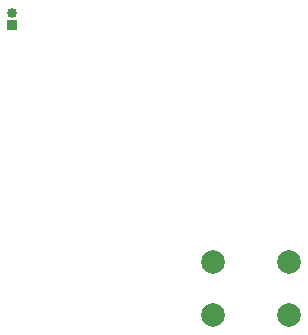
<source format=gbr>
%TF.GenerationSoftware,KiCad,Pcbnew,(6.0.10)*%
%TF.CreationDate,2023-02-02T13:59:13+08:00*%
%TF.ProjectId,AlarmTag,416c6172-6d54-4616-972e-6b696361645f,rev?*%
%TF.SameCoordinates,Original*%
%TF.FileFunction,Soldermask,Bot*%
%TF.FilePolarity,Negative*%
%FSLAX46Y46*%
G04 Gerber Fmt 4.6, Leading zero omitted, Abs format (unit mm)*
G04 Created by KiCad (PCBNEW (6.0.10)) date 2023-02-02 13:59:13*
%MOMM*%
%LPD*%
G01*
G04 APERTURE LIST*
%ADD10C,2.000000*%
%ADD11R,0.850000X0.850000*%
%ADD12O,0.850000X0.850000*%
G04 APERTURE END LIST*
D10*
%TO.C,SW1*%
X123697167Y-134330000D03*
X117197167Y-134330000D03*
X123697167Y-129830000D03*
X117197167Y-129830000D03*
%TD*%
D11*
%TO.C,J0*%
X100240871Y-109763693D03*
D12*
X100240871Y-108763693D03*
%TD*%
M02*

</source>
